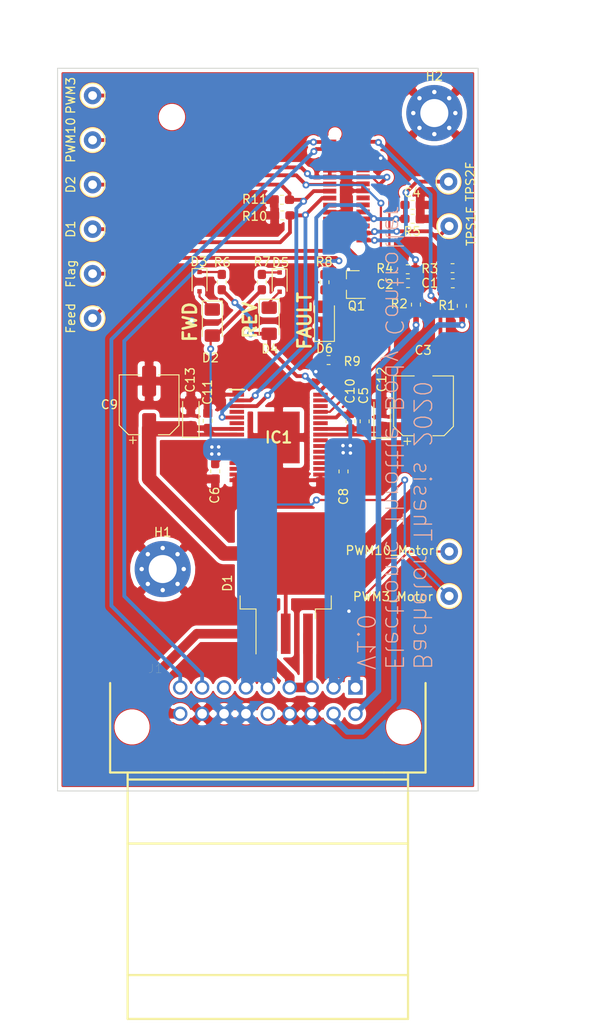
<source format=kicad_pcb>
(kicad_pcb (version 20171130) (host pcbnew "(5.1.5)-3")
  (layers (0 F.Cu signal) (31 B.Cu signal) (34 B.Paste user) (35 F.Paste user) (36 B.SilkS user) (37 F.SilkS user) (38 B.Mask user) (39 F.Mask user) (44 Edge.Cuts user))
  (net 0 "")
  (net 1 GND)
  (net 2 TPS1_Filtered)
  (net 3 TPS2_Filtered)
  (net 4 PWR)
  (net 5 Feedback)
  (net 6 OUT1)
  (net 7 OUT2)
  (net 8 "Net-(C10-Pad2)")
  (net 9 "Net-(J1-Pad7)")
  (net 10 "Net-(J1-Pad14)")
  (net 11 TPS1)
  (net 12 TPS2)
  (net 13 "Net-(D3-Pad1)")
  (net 14 "Net-(D5-Pad1)")
  (net 15 +5V)
  (net 16 SFlag)
  (net 17 CANL)
  (net 18 CANH)
  (net 19 "Net-(U1-Pad25)")
  (net 20 "Net-(U1-Pad23)")
  (net 21 "Net-(U1-Pad22)")
  (net 22 EN_D2)
  (net 23 "Net-(U1-Pad14)")
  (net 24 D1)
  (net 25 "Net-(U1-Pad12)")
  (net 26 "Net-(U1-Pad11)")
  (net 27 "Net-(U1-Pad10)")
  (net 28 "Net-(U1-Pad7)")
  (net 29 "Net-(U1-Pad5)")
  (net 30 "Net-(U1-Pad3)")
  (net 31 "Net-(U1-Pad1)")
  (net 32 "Net-(IC1-Pad4)")
  (net 33 "Net-(IC1-Pad6)")
  (net 34 "Net-(IC1-Pad9)")
  (net 35 "Net-(IC1-Pad12)")
  (net 36 "Net-(IC1-Pad13)")
  (net 37 "Net-(IC1-Pad14)")
  (net 38 "Net-(IC1-Pad19)")
  (net 39 "Net-(IC1-Pad20)")
  (net 40 "Net-(IC1-Pad21)")
  (net 41 "Net-(IC1-Pad24)")
  (net 42 "Net-(IC1-Pad27)")
  (net 43 PWM_3)
  (net 44 "Net-(IC1-Pad30)")
  (net 45 PWM_10)
  (net 46 "Net-(D2-Pad1)")
  (net 47 "Net-(D4-Pad1)")
  (net 48 "Net-(D6-Pad2)")
  (net 49 12V)
  (net 50 "Net-(Q1-Pad3)")
  (module TestPoint:TestPoint_Keystone_5000-5004_Miniature (layer F.Cu) (at 120.7 80)
    (fp_text reference TP10)
    (fp_text value PWM10_Motor (at -6.781 -0.117) (layer F.SilkS))
    (pad 1 thru_hole circle (at 0 0) (size 2 2) (drill 1) (layers *.Cu *.Mask) (net 7 OUT2))
  )
  (module TestPoint:TestPoint_Keystone_5000-5004_Miniature (layer F.Cu) (at 120.7 85.08)
    (fp_text reference TP9)
    (fp_text value PWM3_Motor (at -6.4127 0.0608) (layer F.SilkS))
    (pad 1 thru_hole circle (at 0 0) (size 2 2) (drill 1) (layers *.Cu *.Mask) (net 6 OUT1))
  )
  (module TestPoint:TestPoint_Keystone_5000-5004_Miniature (layer F.Cu) (at 120.6246 37.82 90)
    (fp_text reference TP8)
    (fp_text value TPS2F (at 0 2.5 90) (layer F.SilkS))
    (pad 1 thru_hole circle (at 0 0 90) (size 2 2) (drill 1) (layers *.Cu *.Mask) (net 3 TPS2_Filtered))
  )
  (module TestPoint:TestPoint_Keystone_5000-5004_Miniature (layer F.Cu) (at 120.7 42.9 90)
    (fp_text reference TP7)
    (fp_text value TPS1F (at 0 2.5 90) (layer F.SilkS))
    (pad 1 thru_hole circle (at 0 0 90) (size 2 2) (drill 1) (layers *.Cu *.Mask) (net 2 TPS1_Filtered))
  )
  (module TestPoint:TestPoint_Keystone_5000-5004_Miniature (layer F.Cu) (at 80 48.32 270)
    (fp_text reference TP6)
    (fp_text value Flag (at 0 2.5 90) (layer F.SilkS))
    (pad 1 thru_hole circle (at 0 0 270) (size 2 2) (drill 1) (layers *.Cu *.Mask) (net 16 SFlag))
  )
  (module TestPoint:TestPoint_Keystone_5000-5004_Miniature (layer F.Cu) (at 80 53.4 270)
    (fp_text reference TP5)
    (fp_text value Feed (at 0 2.5 90) (layer F.SilkS))
    (pad 1 thru_hole circle (at 0 0 270) (size 2 2) (drill 1) (layers *.Cu *.Mask) (net 5 Feedback))
  )
  (module TestPoint:TestPoint_Keystone_5000-5004_Miniature (layer F.Cu) (at 80 43.24 270)
    (fp_text reference TP4)
    (fp_text value D1 (at 0 2.5 90) (layer F.SilkS))
    (pad 1 thru_hole circle (at 0 0 270) (size 2 2) (drill 1) (layers *.Cu *.Mask) (net 24 D1))
  )
  (module TestPoint:TestPoint_Keystone_5000-5004_Miniature (layer F.Cu) (at 80 38.16 270)
    (fp_text reference TP3)
    (fp_text value D2 (at 0 2.5 90) (layer F.SilkS))
    (pad 1 thru_hole circle (at 0 0 270) (size 2 2) (drill 1) (layers *.Cu *.Mask) (net 22 EN_D2))
  )
  (module TestPoint:TestPoint_Keystone_5000-5004_Miniature (layer F.Cu) (at 80 33.08 270)
    (fp_text reference TP2)
    (fp_text value PWM10 (at 0 2.5 90) (layer F.SilkS))
    (pad 1 thru_hole circle (at 0 0 270) (size 2 2) (drill 1) (layers *.Cu *.Mask) (net 45 PWM_10))
  )
  (module TestPoint:TestPoint_Keystone_5000-5004_Miniature (layer F.Cu) (at 80 28 270)
    (fp_text reference TP1)
    (fp_text value PWM3 (at 0 2.5 90) (layer F.SilkS))
    (pad 1 thru_hole circle (at 0 0 270) (size 2 2) (drill 1) (layers *.Cu *.Mask) (net 43 PWM_3))
  )
  (module MountingHole:MountingHole_3.2mm_M3_Pad_Via (layer F.Cu) (at 119 30)
    (fp_text reference H2 (at 0 -4.2) (layer F.SilkS))
    (fp_text value MountingHole_Pad)
    (pad 1 thru_hole circle (at 1.697056 -1.697056) (size 0.8 0.8) (drill 0.5) (layers *.Cu *.Mask) (net 1 GND))
    (pad 1 thru_hole circle (at 0 -2.4) (size 0.8 0.8) (drill 0.5) (layers *.Cu *.Mask) (net 1 GND))
    (pad 1 thru_hole circle (at -1.697056 -1.697056) (size 0.8 0.8) (drill 0.5) (layers *.Cu *.Mask) (net 1 GND))
    (pad 1 thru_hole circle (at -2.4 0) (size 0.8 0.8) (drill 0.5) (layers *.Cu *.Mask) (net 1 GND))
    (pad 1 thru_hole circle (at -1.697056 1.697056) (size 0.8 0.8) (drill 0.5) (layers *.Cu *.Mask) (net 1 GND))
    (pad 1 thru_hole circle (at 0 2.4) (size 0.8 0.8) (drill 0.5) (layers *.Cu *.Mask) (net 1 GND))
    (pad 1 thru_hole circle (at 1.697056 1.697056) (size 0.8 0.8) (drill 0.5) (layers *.Cu *.Mask) (net 1 GND))
    (pad 1 thru_hole circle (at 2.4 0) (size 0.8 0.8) (drill 0.5) (layers *.Cu *.Mask) (net 1 GND))
    (pad 1 thru_hole circle (at 0 0) (size 6.4 6.4) (drill 3.2) (layers *.Cu *.Mask) (net 1 GND))
  )
  (module MountingHole:MountingHole_3.2mm_M3_Pad_Via (layer F.Cu) (at 88 82)
    (fp_text reference H1 (at 0 -4.2) (layer F.SilkS))
    (fp_text value MountingHole_Pad)
    (pad 1 thru_hole circle (at 1.697056 -1.697056) (size 0.8 0.8) (drill 0.5) (layers *.Cu *.Mask) (net 1 GND))
    (pad 1 thru_hole circle (at 0 -2.4) (size 0.8 0.8) (drill 0.5) (layers *.Cu *.Mask) (net 1 GND))
    (pad 1 thru_hole circle (at -1.697056 -1.697056) (size 0.8 0.8) (drill 0.5) (layers *.Cu *.Mask) (net 1 GND))
    (pad 1 thru_hole circle (at -2.4 0) (size 0.8 0.8) (drill 0.5) (layers *.Cu *.Mask) (net 1 GND))
    (pad 1 thru_hole circle (at -1.697056 1.697056) (size 0.8 0.8) (drill 0.5) (layers *.Cu *.Mask) (net 1 GND))
    (pad 1 thru_hole circle (at 0 2.4) (size 0.8 0.8) (drill 0.5) (layers *.Cu *.Mask) (net 1 GND))
    (pad 1 thru_hole circle (at 1.697056 1.697056) (size 0.8 0.8) (drill 0.5) (layers *.Cu *.Mask) (net 1 GND))
    (pad 1 thru_hole circle (at 2.4 0) (size 0.8 0.8) (drill 0.5) (layers *.Cu *.Mask) (net 1 GND))
    (pad 1 thru_hole circle (at 0 0) (size 6.4 6.4) (drill 3.2) (layers *.Cu *.Mask) (net 1 GND))
  )
  (module Resistor_SMD:R_0603_1608Metric_Pad1.05x0.95mm_HandSolder (layer F.Cu) (at 101.6 39.8907 180)
    (fp_text reference R11 (at 3.0988 0.0635) (layer F.SilkS))
    (fp_text value 4.7K)
    (pad 2 smd roundrect (at 0.875 0 180) (size 1.05 0.95) (layers F.Cu F.Paste F.Mask) (net 1 GND))
    (pad 1 smd roundrect (at -0.875 0 180) (size 1.05 0.95) (layers F.Cu F.Paste F.Mask) (net 22 EN_D2))
  )
  (module Resistor_SMD:R_0603_1608Metric_Pad1.05x0.95mm_HandSolder (layer F.Cu) (at 101.6508 41.6687 180)
    (fp_text reference R10 (at 3.1623 -0.1016) (layer F.SilkS))
    (fp_text value 4.7K)
    (pad 2 smd roundrect (at 0.875 0 180) (size 1.05 0.95) (layers F.Cu F.Paste F.Mask) (net 1 GND))
    (pad 1 smd roundrect (at -0.875 0 180) (size 1.05 0.95) (layers F.Cu F.Paste F.Mask) (net 24 D1))
  )
  (module Package_TO_SOT_SMD:TO-263-3_TabPin2 (layer F.Cu) (at 102.0381 83.6016 90)
    (fp_text reference D1 (at 0 -6.65 90) (layer F.SilkS))
    (fp_text value WNS20S100CB)
    (pad 2 smd rect (at 3.375 0 90) (size 9.4 10.8) (layers F.Cu F.Mask) (net 4 PWR))
    (pad 3 smd rect (at -5.775 2.54 90) (size 4.6 1.1) (layers F.Cu F.Paste F.Mask) (net 49 12V))
    (pad 2 smd rect (at -5.775 0 90) (size 4.6 1.1) (layers F.Cu F.Paste F.Mask) (net 4 PWR))
    (pad 1 smd rect (at -5.775 -2.54 90) (size 4.6 1.1) (layers F.Cu F.Paste F.Mask) (net 49 12V))
  )
  (module Capacitor_Tantalum_SMD:CP_EIA-3216-10_Kemet-I_Pad1.58x1.35mm_HandSolder (layer F.Cu) (at 91.2114 64.4882 90)
    (fp_text reference C13 (at 4.0616 -0.0762 270) (layer F.SilkS))
    (fp_text value 10uF)
    (pad 2 smd roundrect (at 1.4375 0 90) (size 1.575 1.35) (layers F.Cu F.Paste F.Mask) (roundrect_rratio 0.185185) (net 1 GND))
    (pad 1 smd roundrect (at -1.4375 0 90) (size 1.575 1.35) (layers F.Cu F.Paste F.Mask) (roundrect_rratio 0.185185) (net 4 PWR))
  )
  (module Capacitor_Tantalum_SMD:CP_EIA-3216-10_Kemet-I_Pad1.58x1.35mm_HandSolder (layer F.Cu) (at 113.0427 64.5644 90)
    (fp_text reference C12 (at 4.1886 -0.0381 270) (layer F.SilkS))
    (fp_text value 10uF)
    (pad 2 smd roundrect (at 1.4375 0 90) (size 1.575 1.35) (layers F.Cu F.Paste F.Mask) (roundrect_rratio 0.185185) (net 1 GND))
    (pad 1 smd roundrect (at -1.4375 0 90) (size 1.575 1.35) (layers F.Cu F.Paste F.Mask) (roundrect_rratio 0.185185) (net 4 PWR))
  )
  (module Capacitor_SMD:CP_Elec_6.3x7.7 (layer F.Cu) (at 86.4489 63.2638 90)
    (fp_text reference C9 (at 0.0178 -4.5339 180) (layer F.SilkS))
    (fp_text value 220uF)
    (pad 2 smd roundrect (at 2.7 0 90) (size 3.5 1.6) (layers F.Cu F.Paste F.Mask) (roundrect_rratio 0.15625) (net 1 GND))
    (pad 1 smd roundrect (at -2.7 0 90) (size 3.5 1.6) (layers F.Cu F.Paste F.Mask) (roundrect_rratio 0.15625) (net 4 PWR))
  )
  (module Capacitor_SMD:CP_Elec_6.3x7.7 (layer F.Cu) (at 117.7671 63.3857 90)
    (fp_text reference C3 (at 6.3373 -0.0381 180) (layer F.SilkS))
    (fp_text value 220uF)
    (pad 2 smd roundrect (at 2.7 0 90) (size 3.5 1.6) (layers F.Cu F.Paste F.Mask) (roundrect_rratio 0.15625) (net 1 GND))
    (pad 1 smd roundrect (at -2.7 0 90) (size 3.5 1.6) (layers F.Cu F.Paste F.Mask) (roundrect_rratio 0.15625) (net 4 PWR))
  )
  (module Diode_SMD:D_1206_3216Metric_Pad1.42x1.75mm_HandSolder (layer F.Cu) (at 106.4641 53.5797 90)
    (fp_text reference D6 (at -3.2655 0.0127 180) (layer F.SilkS))
    (fp_text value Red)
    (pad 2 smd roundrect (at 1.4875 0 90) (size 1.425 1.75) (layers F.Cu F.Paste F.Mask) (roundrect_rratio 0.175439) (net 48 "Net-(D6-Pad2)"))
    (pad 1 smd roundrect (at -1.4875 0 90) (size 1.425 1.75) (layers F.Cu F.Paste F.Mask) (roundrect_rratio 0.175439) (net 1 GND))
  )
  (module Diode_SMD:D_1206_3216Metric_Pad1.42x1.75mm_HandSolder (layer F.Cu) (at 100.1522 53.6845 270)
    (fp_text reference D4 (at 3.2115 -0.0762 180) (layer F.SilkS))
    (fp_text value Yellow)
    (pad 2 smd roundrect (at 1.4875 0 270) (size 1.425 1.75) (layers F.Cu F.Paste F.Mask) (roundrect_rratio 0.175439) (net 7 OUT2))
    (pad 1 smd roundrect (at -1.4875 0 270) (size 1.425 1.75) (layers F.Cu F.Paste F.Mask) (roundrect_rratio 0.175439) (net 47 "Net-(D4-Pad1)"))
  )
  (module Diode_SMD:D_1206_3216Metric_Pad1.42x1.75mm_HandSolder (layer F.Cu) (at 93.6625 53.8877 270)
    (fp_text reference D2 (at 4.0243 0.2159 180) (layer F.SilkS))
    (fp_text value Green)
    (pad 2 smd roundrect (at 1.4875 0 270) (size 1.425 1.75) (layers F.Cu F.Paste F.Mask) (roundrect_rratio 0.175439) (net 6 OUT1))
    (pad 1 smd roundrect (at -1.4875 0 270) (size 1.425 1.75) (layers F.Cu F.Paste F.Mask) (roundrect_rratio 0.175439) (net 46 "Net-(D2-Pad1)"))
  )
  (module Resistor_SMD:R_0603_1608Metric_Pad1.05x0.95mm_HandSolder (layer F.Cu) (at 106.4641 49.29 270)
    (fp_text reference R8 (at -2.3254 0.0381 180) (layer F.SilkS))
    (fp_text value 1K)
    (pad 2 smd roundrect (at 0.875 0 270) (size 1.05 0.95) (layers F.Cu F.Paste F.Mask) (net 48 "Net-(D6-Pad2)"))
    (pad 1 smd roundrect (at -0.875 0 270) (size 1.05 0.95) (layers F.Cu F.Paste F.Mask) (net 50 "Net-(Q1-Pad3)"))
  )
  (module Package_TO_SOT_SMD:SOT-23 (layer F.Cu) (at 109.728 49.5554 180)
    (fp_text reference Q1 (at -0.381 -2.4384) (layer F.SilkS))
    (fp_text value NDS356AP)
    (pad 3 smd rect (at 1 0 180) (size 0.9 0.8) (layers F.Cu F.Paste F.Mask) (net 50 "Net-(Q1-Pad3)"))
    (pad 2 smd rect (at -1 0.95 180) (size 0.9 0.8) (layers F.Cu F.Paste F.Mask) (net 15 +5V))
    (pad 1 smd rect (at -1 -0.95 180) (size 0.9 0.8) (layers F.Cu F.Paste F.Mask) (net 16 SFlag))
  )
  (module Diode_SMD:D_SOD-323F (layer F.Cu) (at 101.346 49.276 270)
    (fp_text reference D5 (at -2.2352 -0.1016 180) (layer F.SilkS))
    (fp_text value "RB521VM-40TE-17 ")
    (pad 2 smd rect (at 1.1 0 270) (size 0.5 0.5) (layers F.Cu F.Paste F.Mask) (net 47 "Net-(D4-Pad1)"))
    (pad 1 smd rect (at -1.1 0 270) (size 0.5 0.5) (layers F.Cu F.Paste F.Mask) (net 14 "Net-(D5-Pad1)"))
  )
  (module Diode_SMD:D_SOD-323F (layer F.Cu) (at 92.202 49.2252 270)
    (fp_text reference D3 (at -2.286 0.0762 180) (layer F.SilkS))
    (fp_text value "RB521VM-40TE-17 ")
    (pad 2 smd rect (at 1.1 0 270) (size 0.5 0.5) (layers F.Cu F.Paste F.Mask) (net 46 "Net-(D2-Pad1)"))
    (pad 1 smd rect (at -1.1 0 270) (size 0.5 0.5) (layers F.Cu F.Paste F.Mask) (net 13 "Net-(D3-Pad1)"))
  )
  (module ETBC_2020:SOP65P1030X245-33N (layer F.Cu) (at 101.2317 66.9925)
    (fp_text reference IC1 (at 0 0) (layer F.SilkS) (effects (font (size 1.27 1.27) (thickness 0.254))))
    (fp_text value MC33931EK hide)
    (pad 1 smd rect (at -4.775 -4.875 90) (size 0.45 1.65) (layers F.Cu F.Paste F.Mask) (net 1 GND))
    (pad 2 smd rect (at -4.775 -4.225 90) (size 0.45 1.65) (layers F.Cu F.Paste F.Mask) (net 24 D1))
    (pad 3 smd rect (at -4.775 -3.575 90) (size 0.45 1.65) (layers F.Cu F.Paste F.Mask) (net 5 Feedback))
    (pad 4 smd rect (at -4.775 -2.925 90) (size 0.45 1.65) (layers F.Cu F.Paste F.Mask) (net 32 "Net-(IC1-Pad4)"))
    (pad 5 smd rect (at -4.775 -2.275 90) (size 0.45 1.65) (layers F.Cu F.Paste F.Mask) (net 22 EN_D2))
    (pad 6 smd rect (at -4.775 -1.625 90) (size 0.45 1.65) (layers F.Cu F.Paste F.Mask) (net 33 "Net-(IC1-Pad6)"))
    (pad 7 smd rect (at -4.775 -0.975 90) (size 0.45 1.65) (layers F.Cu F.Paste F.Mask) (net 4 PWR))
    (pad 8 smd rect (at -4.775 -0.325 90) (size 0.45 1.65) (layers F.Cu F.Paste F.Mask) (net 4 PWR))
    (pad 9 smd rect (at -4.775 0.325 90) (size 0.45 1.65) (layers F.Cu F.Paste F.Mask) (net 34 "Net-(IC1-Pad9)"))
    (pad 10 smd rect (at -4.775 0.975 90) (size 0.45 1.65) (layers F.Cu F.Paste F.Mask) (net 6 OUT1))
    (pad 11 smd rect (at -4.775 1.625 90) (size 0.45 1.65) (layers F.Cu F.Paste F.Mask) (net 6 OUT1))
    (pad 12 smd rect (at -4.775 2.275 90) (size 0.45 1.65) (layers F.Cu F.Paste F.Mask) (net 35 "Net-(IC1-Pad12)"))
    (pad 13 smd rect (at -4.775 2.925 90) (size 0.45 1.65) (layers F.Cu F.Paste F.Mask) (net 36 "Net-(IC1-Pad13)"))
    (pad 14 smd rect (at -4.775 3.575 90) (size 0.45 1.65) (layers F.Cu F.Paste F.Mask) (net 37 "Net-(IC1-Pad14)"))
    (pad 15 smd rect (at -4.775 4.225 90) (size 0.45 1.65) (layers F.Cu F.Paste F.Mask) (net 1 GND))
    (pad 16 smd rect (at -4.775 4.875 90) (size 0.45 1.65) (layers F.Cu F.Paste F.Mask) (net 1 GND))
    (pad 17 smd rect (at 4.775 4.875 90) (size 0.45 1.65) (layers F.Cu F.Paste F.Mask) (net 1 GND))
    (pad 18 smd rect (at 4.775 4.225 90) (size 0.45 1.65) (layers F.Cu F.Paste F.Mask) (net 1 GND))
    (pad 19 smd rect (at 4.775 3.575 90) (size 0.45 1.65) (layers F.Cu F.Paste F.Mask) (net 38 "Net-(IC1-Pad19)"))
    (pad 20 smd rect (at 4.775 2.925 90) (size 0.45 1.65) (layers F.Cu F.Paste F.Mask) (net 39 "Net-(IC1-Pad20)"))
    (pad 21 smd rect (at 4.775 2.275 90) (size 0.45 1.65) (layers F.Cu F.Paste F.Mask) (net 40 "Net-(IC1-Pad21)"))
    (pad 22 smd rect (at 4.775 1.625 90) (size 0.45 1.65) (layers F.Cu F.Paste F.Mask) (net 7 OUT2))
    (pad 23 smd rect (at 4.775 0.975 90) (size 0.45 1.65) (layers F.Cu F.Paste F.Mask) (net 7 OUT2))
    (pad 24 smd rect (at 4.775 0.325 90) (size 0.45 1.65) (layers F.Cu F.Paste F.Mask) (net 41 "Net-(IC1-Pad24)"))
    (pad 25 smd rect (at 4.775 -0.325 90) (size 0.45 1.65) (layers F.Cu F.Paste F.Mask) (net 4 PWR))
    (pad 26 smd rect (at 4.775 -0.975 90) (size 0.45 1.65) (layers F.Cu F.Paste F.Mask) (net 4 PWR))
    (pad 27 smd rect (at 4.775 -1.625 90) (size 0.45 1.65) (layers F.Cu F.Paste F.Mask) (net 42 "Net-(IC1-Pad27)"))
    (pad 28 smd rect (at 4.775 -2.275 90) (size 0.45 1.65) (layers F.Cu F.Paste F.Mask) (net 8 "Net-(C10-Pad2)"))
    (pad 29 smd rect (at 4.775 -2.925 90) (size 0.45 1.65) (layers F.Cu F.Paste F.Mask) (net 43 PWM_3))
    (pad 30 smd rect (at 4.775 -3.575 90) (size 0.45 1.65) (layers F.Cu F.Paste F.Mask) (net 44 "Net-(IC1-Pad30)"))
    (pad 31 smd rect (at 4.775 -4.225 90) (size 0.45 1.65) (layers F.Cu F.Paste F.Mask) (net 45 PWM_10))
    (pad 32 smd rect (at 4.775 -4.875 90) (size 0.45 1.65) (layers F.Cu F.Paste F.Mask) (net 16 SFlag))
    (pad 33 smd rect (at 0 0) (size 4.8 5.9) (layers F.Cu F.Paste F.Mask) (net 1 GND))
  )
  (module ETBC_2020:ACM_2020_Footprint_wo_silk (layer F.Cu) (at 108.966 38.8747 270)
    (fp_text reference U1)
    (fp_text value ACM_2020 hide)
    (pad 30 smd rect (at -5.6 -1.9 270) (size 0.55 1.5) (layers F.Cu F.Paste F.Mask) (net 4 PWR))
    (pad 29 smd rect (at -5.5746 1.9 270) (size 0.55 1.5) (layers F.Cu F.Paste F.Mask) (net 17 CANL))
    (pad 28 smd rect (at -4.8 -1.9 270) (size 0.55 1.5) (layers F.Cu F.Paste F.Mask) (net 15 +5V))
    (pad 27 smd rect (at -4.7746 1.9 270) (size 0.55 1.5) (layers F.Cu F.Paste F.Mask) (net 18 CANH))
    (pad 26 smd rect (at -4 -1.9 270) (size 0.55 1.5) (layers F.Cu F.Paste F.Mask) (net 15 +5V))
    (pad 25 smd rect (at -3.9746 1.9 270) (size 0.55 1.5) (layers F.Cu F.Paste F.Mask) (net 19 "Net-(U1-Pad25)"))
    (pad 24 smd rect (at -3.2 -1.9 270) (size 0.55 1.5) (layers F.Cu F.Paste F.Mask) (net 15 +5V))
    (pad 23 smd rect (at -3.1746 1.9 270) (size 0.55 1.5) (layers F.Cu F.Paste F.Mask) (net 20 "Net-(U1-Pad23)"))
    (pad 22 smd rect (at -2.4 -1.9 270) (size 0.55 1.5) (layers F.Cu F.Paste F.Mask) (net 21 "Net-(U1-Pad22)"))
    (pad 21 smd rect (at -2.3746 1.9 270) (size 0.55 1.5) (layers F.Cu F.Paste F.Mask) (net 1 GND))
    (pad 20 smd rect (at -1.6 -1.9 270) (size 0.55 1.5) (layers F.Cu F.Paste F.Mask) (net 43 PWM_3))
    (pad 19 smd rect (at -1.5746 1.9 270) (size 0.55 1.5) (layers F.Cu F.Paste F.Mask) (net 1 GND))
    (pad 18 smd rect (at -0.8 -1.9 270) (size 0.55 1.5) (layers F.Cu F.Paste F.Mask) (net 1 GND))
    (pad 17 smd rect (at -0.7746 1.9 270) (size 0.55 1.5) (layers F.Cu F.Paste F.Mask) (net 45 PWM_10))
    (pad 16 smd rect (at 0 -1.9 270) (size 0.55 1.5) (layers F.Cu F.Paste F.Mask) (net 1 GND))
    (pad 15 smd rect (at 0.0254 1.9 270) (size 0.55 1.5) (layers F.Cu F.Paste F.Mask) (net 22 EN_D2))
    (pad 14 smd rect (at 0.8 -1.9 270) (size 0.55 1.5) (layers F.Cu F.Paste F.Mask) (net 23 "Net-(U1-Pad14)"))
    (pad 13 smd rect (at 0.8254 1.9 270) (size 0.55 1.5) (layers F.Cu F.Paste F.Mask) (net 24 D1))
    (pad 12 smd rect (at 1.6 -1.9 270) (size 0.55 1.5) (layers F.Cu F.Paste F.Mask) (net 25 "Net-(U1-Pad12)"))
    (pad 11 smd rect (at 1.6254 1.9 270) (size 0.55 1.5) (layers F.Cu F.Paste F.Mask) (net 26 "Net-(U1-Pad11)"))
    (pad 10 smd rect (at 2.4 -1.9 270) (size 0.55 1.5) (layers F.Cu F.Paste F.Mask) (net 27 "Net-(U1-Pad10)"))
    (pad 9 smd rect (at 2.4254 1.9 270) (size 0.55 1.5) (layers F.Cu F.Paste F.Mask) (net 1 GND))
    (pad 8 smd rect (at 3.2 -1.9 270) (size 0.55 1.5) (layers F.Cu F.Paste F.Mask) (net 5 Feedback))
    (pad 7 smd rect (at 3.2254 1.9 270) (size 0.55 1.5) (layers F.Cu F.Paste F.Mask) (net 28 "Net-(U1-Pad7)"))
    (pad 6 smd rect (at 4 -1.9 270) (size 0.55 1.5) (layers F.Cu F.Paste F.Mask) (net 16 SFlag))
    (pad 5 smd rect (at 4.0254 1.9 270) (size 0.55 1.5) (layers F.Cu F.Paste F.Mask) (net 29 "Net-(U1-Pad5)"))
    (pad 4 smd rect (at 4.8 -1.9 270) (size 0.55 1.5) (layers F.Cu F.Paste F.Mask) (net 2 TPS1_Filtered))
    (pad 3 smd rect (at 4.8254 1.9 270) (size 0.55 1.5) (layers F.Cu F.Paste F.Mask) (net 30 "Net-(U1-Pad3)"))
    (pad 2 smd rect (at 5.6 -1.9 270) (size 0.55 1.5) (layers F.Cu F.Paste F.Mask) (net 3 TPS2_Filtered))
    (pad 1 smd rect (at 5.6254 1.9 270) (size 0.55 1.5) (layers F.Cu F.Paste F.Mask) (net 31 "Net-(U1-Pad1)"))
    (pad "" np_thru_hole circle (at -6.5 1.3 270) (size 0.7 0.7) (drill 0.7) (layers *.Cu *.Mask))
    (pad "" np_thru_hole circle (at 6.5 -1.3 270) (size 0.7 0.7) (drill 0.7) (layers *.Cu *.Mask))
    (pad "" np_thru_hole circle (at -8.422 19.912 270) (size 2.2 2.2) (drill 2.2) (layers *.Cu *.Mask))
  )
  (module Resistor_SMD:R_0603_1608Metric_Pad1.05x0.95mm_HandSolder (layer F.Cu) (at 106.934 58.166 180)
    (fp_text reference R9 (at -2.6924 -0.1524) (layer F.SilkS))
    (fp_text value 4.7K)
    (pad 2 smd roundrect (at 0.875 0 180) (size 1.05 0.95) (layers F.Cu F.Paste F.Mask) (net 15 +5V))
    (pad 1 smd roundrect (at -0.875 0 180) (size 1.05 0.95) (layers F.Cu F.Paste F.Mask) (net 16 SFlag))
  )
  (module Resistor_SMD:R_0603_1608Metric_Pad1.05x0.95mm_HandSolder (layer F.Cu) (at 99.314 49.276 270)
    (fp_text reference R7 (at -2.3368 -0.0254 180) (layer F.SilkS))
    (fp_text value 1K)
    (pad 2 smd roundrect (at 0.875 0 270) (size 1.05 0.95) (layers F.Cu F.Paste F.Mask) (net 6 OUT1))
    (pad 1 smd roundrect (at -0.875 0 270) (size 1.05 0.95) (layers F.Cu F.Paste F.Mask) (net 14 "Net-(D5-Pad1)"))
  )
  (module Resistor_SMD:R_0603_1608Metric_Pad1.05x0.95mm_HandSolder (layer F.Cu) (at 94.742 49.276 270)
    (fp_text reference R6 (at -2.2606 -0.0508 180) (layer F.SilkS))
    (fp_text value 1K)
    (pad 2 smd roundrect (at 0.875 0 270) (size 1.05 0.95) (layers F.Cu F.Paste F.Mask) (net 7 OUT2))
    (pad 1 smd roundrect (at -0.875 0 270) (size 1.05 0.95) (layers F.Cu F.Paste F.Mask) (net 13 "Net-(D3-Pad1)"))
  )
  (module Resistor_SMD:R_0603_1608Metric_Pad1.05x0.95mm_HandSolder (layer F.Cu) (at 116.5225 42.0624)
    (fp_text reference R5 (at -0.0508 1.4351) (layer F.SilkS))
    (fp_text value 255)
    (pad 2 smd roundrect (at 0.875 0) (size 1.05 0.95) (layers F.Cu F.Paste F.Mask) (net 1 GND))
    (pad 1 smd roundrect (at -0.875 0) (size 1.05 0.95) (layers F.Cu F.Paste F.Mask) (net 5 Feedback))
  )
  (module Resistor_SMD:R_0603_1608Metric_Pad1.05x0.95mm_HandSolder (layer F.Cu) (at 115.9624 47.8155 180)
    (fp_text reference R4 (at 2.6149 0.0889) (layer F.SilkS))
    (fp_text value 4.7K)
    (pad 2 smd roundrect (at 0.875 0 180) (size 1.05 0.95) (layers F.Cu F.Paste F.Mask) (net 1 GND))
    (pad 1 smd roundrect (at -0.875 0 180) (size 1.05 0.95) (layers F.Cu F.Paste F.Mask) (net 3 TPS2_Filtered))
  )
  (module Resistor_SMD:R_0603_1608Metric_Pad1.05x0.95mm_HandSolder (layer F.Cu) (at 121.0805 47.6885 180)
    (fp_text reference R3 (at 2.6022 -0.0508) (layer F.SilkS))
    (fp_text value 4.7K)
    (pad 2 smd roundrect (at 0.875 0 180) (size 1.05 0.95) (layers F.Cu F.Paste F.Mask) (net 1 GND))
    (pad 1 smd roundrect (at -0.875 0 180) (size 1.05 0.95) (layers F.Cu F.Paste F.Mask) (net 2 TPS1_Filtered))
  )
  (module Resistor_SMD:R_0603_1608Metric_Pad1.05x0.95mm_HandSolder (layer F.Cu) (at 116.9035 51.8414 270)
    (fp_text reference R2 (at -0.0902 1.9177 180) (layer F.SilkS))
    (fp_text value 8K2)
    (pad 2 smd roundrect (at 0.875 0 270) (size 1.05 0.95) (layers F.Cu F.Paste F.Mask) (net 12 TPS2))
    (pad 1 smd roundrect (at -0.875 0 270) (size 1.05 0.95) (layers F.Cu F.Paste F.Mask) (net 3 TPS2_Filtered))
  )
  (module Resistor_SMD:R_0603_1608Metric_Pad1.05x0.95mm_HandSolder (layer F.Cu) (at 122.1359 51.9824 270)
    (fp_text reference R1 (at -0.0521 1.7145 180) (layer F.SilkS))
    (fp_text value 8K2)
    (pad 2 smd roundrect (at 0.875 0 270) (size 1.05 0.95) (layers F.Cu F.Paste F.Mask) (net 11 TPS1))
    (pad 1 smd roundrect (at -0.875 0 270) (size 1.05 0.95) (layers F.Cu F.Paste F.Mask) (net 2 TPS1_Filtered))
  )
  (module ETBC_2020:JAE_MX23A18NF1 (layer F.Cu) (at 100 100)
    (fp_text reference J1 (at -12.839525 -6.642495) (layer F.SilkS) (effects (font (size 1.001126 1.001126) (thickness 0.015))))
    (fp_text value Conn_02x09_Top_Bottom)
    (pad 1 thru_hole rect (at 10 -4.5) (size 1.65 1.65) (drill 1.1) (layers *.Cu *.Mask) (net 7 OUT2))
    (pad 2 thru_hole circle (at 7.5 -4.5) (size 1.65 1.65) (drill 1.1) (layers *.Cu *.Mask) (net 7 OUT2))
    (pad 3 thru_hole circle (at 5 -4.5) (size 1.65 1.65) (drill 1.1) (layers *.Cu *.Mask) (net 49 12V))
    (pad 4 thru_hole circle (at 2.5 -4.5) (size 1.65 1.65) (drill 1.1) (layers *.Cu *.Mask) (net 49 12V))
    (pad 5 thru_hole circle (at 0 -4.5) (size 1.65 1.65) (drill 1.1) (layers *.Cu *.Mask) (net 6 OUT1))
    (pad 6 thru_hole circle (at -2.5 -4.5) (size 1.65 1.65) (drill 1.1) (layers *.Cu *.Mask) (net 6 OUT1))
    (pad 7 thru_hole circle (at -5 -4.5 90) (size 1.65 1.65) (drill 1.1) (layers *.Cu *.Mask) (net 9 "Net-(J1-Pad7)"))
    (pad 8 thru_hole circle (at -7.5 -4.5) (size 1.65 1.65) (drill 1.1) (layers *.Cu *.Mask) (net 18 CANH))
    (pad 9 thru_hole circle (at -10 -4.5) (size 1.65 1.65) (drill 1.1) (layers *.Cu *.Mask) (net 17 CANL))
    (pad 10 thru_hole circle (at 10 -1.5) (size 1.65 1.65) (drill 1.1) (layers *.Cu *.Mask) (net 12 TPS2))
    (pad 11 thru_hole circle (at 7.5 -1.5) (size 1.65 1.65) (drill 1.1) (layers *.Cu *.Mask) (net 11 TPS1))
    (pad 12 thru_hole circle (at 5 -1.5) (size 1.65 1.65) (drill 1.1) (layers *.Cu *.Mask) (net 1 GND))
    (pad "" np_thru_hole circle (at -15.5 0) (size 3.2 3.2) (drill 3.2) (layers *.Cu *.Mask))
    (pad "" np_thru_hole circle (at 15.5 0) (size 3.2 3.2) (drill 3.2) (layers *.Cu *.Mask))
    (pad 13 thru_hole circle (at 2.5 -1.5) (size 1.65 1.65) (drill 1.1) (layers *.Cu *.Mask) (net 1 GND))
    (pad 14 thru_hole circle (at 0 -1.5) (size 1.65 1.65) (drill 1.1) (layers *.Cu *.Mask) (net 10 "Net-(J1-Pad14)"))
    (pad 15 thru_hole circle (at -2.5 -1.5) (size 1.65 1.65) (drill 1.1) (layers *.Cu *.Mask) (net 15 +5V))
    (pad 16 thru_hole circle (at -5 -1.5) (size 1.65 1.65) (drill 1.1) (layers *.Cu *.Mask) (net 15 +5V))
    (pad 17 thru_hole circle (at -7.5 -1.5) (size 1.65 1.65) (drill 1.1) (layers *.Cu *.Mask) (net 1 GND))
    (pad 18 thru_hole circle (at -10 -1.5) (size 1.65 1.65) (drill 1.1) (layers *.Cu *.Mask) (net 49 12V))
  )
  (module Capacitor_SMD:C_0603_1608Metric_Pad1.05x0.95mm_HandSolder (layer F.Cu) (at 93.1418 65.0888 90)
    (fp_text reference C11 (at 3.2626 -0.0381 90) (layer F.SilkS))
    (fp_text value 0.1uF)
    (pad 2 smd roundrect (at 0.875 0 90) (size 1.05 0.95) (layers F.Cu F.Paste F.Mask) (net 1 GND))
    (pad 1 smd roundrect (at -0.875 0 90) (size 1.05 0.95) (layers F.Cu F.Paste F.Mask) (net 4 PWR))
  )
  (module Capacitor_SMD:C_0603_1608Metric_Pad1.05x0.95mm_HandSolder (layer F.Cu) (at 109.4359 65.1383 90)
    (fp_text reference C10 (at 3.4404 -0.0508 270) (layer F.SilkS))
    (fp_text value 0.033uF)
    (pad 2 smd roundrect (at 0.875 0 90) (size 1.05 0.95) (layers F.Cu F.Paste F.Mask) (net 8 "Net-(C10-Pad2)"))
    (pad 1 smd roundrect (at -0.875 0 90) (size 1.05 0.95) (layers F.Cu F.Paste F.Mask) (net 4 PWR))
  )
  (module Capacitor_SMD:C_0603_1608Metric_Pad1.05x0.95mm_HandSolder (layer F.Cu) (at 108.6358 70.866 270)
    (fp_text reference C8 (at 2.8562 0 90) (layer F.SilkS))
    (fp_text value 0.01uF)
    (pad 2 smd roundrect (at 0.875 0 270) (size 1.05 0.95) (layers F.Cu F.Paste F.Mask) (net 1 GND))
    (pad 1 smd roundrect (at -0.875 0 270) (size 1.05 0.95) (layers F.Cu F.Paste F.Mask) (net 7 OUT2))
  )
  (module Capacitor_SMD:C_0603_1608Metric_Pad1.05x0.95mm_HandSolder (layer F.Cu) (at 93.9927 70.8546 270)
    (fp_text reference C6 (at 2.7292 0.0635 90) (layer F.SilkS))
    (fp_text value 0.01uF)
    (pad 2 smd roundrect (at 0.875 0 270) (size 1.05 0.95) (layers F.Cu F.Paste F.Mask) (net 1 GND))
    (pad 1 smd roundrect (at -0.875 0 270) (size 1.05 0.95) (layers F.Cu F.Paste F.Mask) (net 6 OUT1))
  )
  (module Capacitor_SMD:C_0603_1608Metric_Pad1.05x0.95mm_HandSolder (layer F.Cu) (at 111.0488 65.151 90)
    (fp_text reference C5 (at 2.9337 -0.127 270) (layer F.SilkS))
    (fp_text value 0.1uF)
    (pad 2 smd roundrect (at 0.875 0 90) (size 1.05 0.95) (layers F.Cu F.Paste F.Mask) (net 1 GND))
    (pad 1 smd roundrect (at -0.875 0 90) (size 1.05 0.95) (layers F.Cu F.Paste F.Mask) (net 4 PWR))
  )
  (module Capacitor_SMD:C_0603_1608Metric_Pad1.05x0.95mm_HandSolder (layer F.Cu) (at 116.5238 40.4749)
    (fp_text reference C4 (at -0.0521 -1.397) (layer F.SilkS))
    (fp_text value 1uF)
    (pad 2 smd roundrect (at 0.875 0) (size 1.05 0.95) (layers F.Cu F.Paste F.Mask) (net 1 GND))
    (pad 1 smd roundrect (at -0.875 0) (size 1.05 0.95) (layers F.Cu F.Paste F.Mask) (net 5 Feedback))
  )
  (module Capacitor_SMD:C_0603_1608Metric_Pad1.05x0.95mm_HandSolder (layer F.Cu) (at 116.0005 49.3903 180)
    (fp_text reference C2 (at 2.6149 -0.1397) (layer F.SilkS))
    (fp_text value 0.1uF)
    (pad 2 smd roundrect (at 0.875 0 180) (size 1.05 0.95) (layers F.Cu F.Paste F.Mask) (net 1 GND))
    (pad 1 smd roundrect (at -0.875 0 180) (size 1.05 0.95) (layers F.Cu F.Paste F.Mask) (net 3 TPS2_Filtered))
  )
  (module Capacitor_SMD:C_0603_1608Metric_Pad1.05x0.95mm_HandSolder (layer F.Cu) (at 121.1072 49.4157 180)
    (fp_text reference C1 (at 2.6289 0.0254) (layer F.SilkS))
    (fp_text value 0.1uF)
    (pad 2 smd roundrect (at 0.875 0 180) (size 1.05 0.95) (layers F.Cu F.Paste F.Mask) (net 1 GND))
    (pad 1 smd roundrect (at -0.875 0 180) (size 1.05 0.95) (layers F.Cu F.Paste F.Mask) (net 2 TPS1_Filtered))
  )
  (gr_text "Bachelor Thesis 2020\nElectronic Throttle Body Controller\nV1.0" (at 114.3889 93.6371 270) (layer B.SilkS) (effects (font (size 2 2)) (justify left mirror)))
  (gr_line (start 124 24.892) (end 124 107.304974) (layer Edge.Cuts) (width 0.1))
  (gr_line (start 76 107.304974) (end 76 24.892) (layer Edge.Cuts) (width 0.1))
  (gr_line (start 124 24.892) (end 76 24.892) (layer Edge.Cuts) (width 0.1))
  (gr_line (start 76 107.304974) (end 124 107.304974) (layer Edge.Cuts) (width 0.1))
  (gr_text FAULT (at 104.1908 53.6956 90) (layer F.SilkS) (effects (font (size 1.5 1.5) (thickness 0.3))))
  (gr_text REV (at 97.9678 53.6194 90) (layer F.SilkS) (effects (font (size 1.5 1.5) (thickness 0.3))))
  (gr_text FWD (at 91.1098 53.8226 90) (layer F.SilkS) (effects (font (size 1.5 1.5) (thickness 0.3))))
  (segment (start 96.4567 71.2175) (end 96.4567 71.8675) (width 0.4318) (layer F.Cu) (net 1))
  (segment (start 106.0067 71.2175) (end 106.0067 71.8675) (width 0.4318) (layer F.Cu) (net 1))
  (segment (start 97.7135 71.8675) (end 106.0067 71.8675) (width 0.4318) (layer F.Cu) (net 1))
  (segment (start 96.4567 71.8675) (end 97.7135 71.8675) (width 0.4318) (layer F.Cu) (net 1))
  (segment (start 107.066 36.5001) (end 107.066 37.3001) (width 0.4318) (layer F.Cu) (net 1))
  (segment (start 110.866 38.8747) (end 110.866 38.0747) (width 0.4318) (layer F.Cu) (net 1))
  (segment (start 93.1418 63.373) (end 93.1418 64.2138) (width 0.4318) (layer F.Cu) (net 1))
  (segment (start 96.4567 62.1175) (end 94.3973 62.1175) (width 0.4318) (layer F.Cu) (net 1))
  (segment (start 94.3973 62.1175) (end 93.1418 63.373) (width 0.4318) (layer F.Cu) (net 1))
  (segment (start 109.7407 38.8747) (end 110.866 38.8747) (width 0.4318) (layer F.Cu) (net 1))
  (segment (start 108.8898 38.0238) (end 109.7407 38.8747) (width 0.4318) (layer F.Cu) (net 1))
  (segment (start 108.8898 37.1421) (end 108.8898 38.0238) (width 0.4318) (layer F.Cu) (net 1))
  (segment (start 107.066 36.5001) (end 108.2478 36.5001) (width 0.4318) (layer F.Cu) (net 1))
  (segment (start 108.2478 36.5001) (end 108.8898 37.1421) (width 0.4318) (layer F.Cu) (net 1))
  (segment (start 109.7025 38.0747) (end 110.866 38.0747) (width 0.4318) (layer F.Cu) (net 1))
  (segment (start 109.0041 38.7731) (end 109.7025 38.0747) (width 0.4318) (layer F.Cu) (net 1))
  (segment (start 109.0041 40.6908) (end 109.0041 38.7731) (width 0.4318) (layer F.Cu) (net 1))
  (segment (start 107.066 41.3001) (end 108.3948 41.3001) (width 0.4318) (layer F.Cu) (net 1))
  (segment (start 108.3948 41.3001) (end 109.0041 40.6908) (width 0.4318) (layer F.Cu) (net 1))
  (segment (start 108.7318 37.3001) (end 108.8898 37.1421) (width 0.4318) (layer F.Cu) (net 1))
  (segment (start 107.066 37.3001) (end 108.7318 37.3001) (width 0.4318) (layer F.Cu) (net 1))
  (via (at 91.313 53.6702) (size 0.8) (drill 0.4) (layers F.Cu B.Cu) (net 1))
  (segment (start 108.5093 71.8675) (end 108.6358 71.741) (width 0.4318) (layer F.Cu) (net 1))
  (segment (start 106.0067 71.8675) (end 108.5093 71.8675) (width 0.4318) (layer F.Cu) (net 1))
  (via (at 112.178 43.513497) (size 0.8) (drill 0.4) (layers F.Cu B.Cu) (net 2))
  (segment (start 112.016797 43.6747) (end 110.866 43.6747) (width 0.4318) (layer F.Cu) (net 2))
  (segment (start 112.178 43.513497) (end 112.016797 43.6747) (width 0.4318) (layer F.Cu) (net 2))
  (segment (start 122.1359 49.5694) (end 121.9822 49.4157) (width 0.4318) (layer F.Cu) (net 2))
  (segment (start 122.1359 51.1074) (end 122.1359 49.5694) (width 0.4318) (layer F.Cu) (net 2))
  (segment (start 121.9822 47.7152) (end 121.9555 47.6885) (width 0.4318) (layer F.Cu) (net 2))
  (segment (start 121.9822 49.4157) (end 121.9822 47.7152) (width 0.4318) (layer F.Cu) (net 2))
  (via (at 114.6937 43.4848) (size 0.8) (drill 0.4) (layers F.Cu B.Cu) (net 2))
  (segment (start 112.178 43.513497) (end 114.665003 43.513497) (width 0.4318) (layer B.Cu) (net 2))
  (segment (start 114.665003 43.513497) (end 114.6937 43.4848) (width 0.4318) (layer B.Cu) (net 2))
  (segment (start 115.259385 43.4848) (end 114.6937 43.4848) (width 0.4318) (layer F.Cu) (net 2))
  (segment (start 118.4656 43.4848) (end 115.259385 43.4848) (width 0.4318) (layer F.Cu) (net 2))
  (segment (start 121.9555 47.6885) (end 121.9555 46.9747) (width 0.4318) (layer F.Cu) (net 2))
  (segment (start 121.9555 46.9747) (end 118.4656 43.4848) (width 0.4318) (layer F.Cu) (net 2))
  (segment (start 118.880799 43.899999) (end 118.4656 43.4848) (width 0.4318) (layer F.Cu) (net 2))
  (segment (start 119.700001 43.899999) (end 118.880799 43.899999) (width 0.4318) (layer F.Cu) (net 2))
  (segment (start 120.7 42.9) (end 119.700001 43.899999) (width 0.4318) (layer F.Cu) (net 2))
  (via (at 116.8527 46.7233) (size 0.8) (drill 0.4) (layers F.Cu B.Cu) (net 3))
  (segment (start 116.8374 47.8155) (end 116.8374 46.7386) (width 0.4318) (layer F.Cu) (net 3))
  (segment (start 116.8374 46.7386) (end 116.8527 46.7233) (width 0.4318) (layer F.Cu) (net 3))
  (via (at 112.178 44.5135) (size 0.8) (drill 0.4) (layers F.Cu B.Cu) (net 3))
  (segment (start 116.8527 46.7233) (end 114.6429 44.5135) (width 0.4318) (layer B.Cu) (net 3))
  (segment (start 114.6429 44.5135) (end 112.178 44.5135) (width 0.4318) (layer B.Cu) (net 3))
  (segment (start 110.9048 44.5135) (end 110.866 44.4747) (width 0.4318) (layer F.Cu) (net 3))
  (segment (start 112.178 44.5135) (end 110.9048 44.5135) (width 0.4318) (layer F.Cu) (net 3))
  (segment (start 116.8374 49.3522) (end 116.8755 49.3903) (width 0.4318) (layer F.Cu) (net 3))
  (segment (start 116.8374 47.8155) (end 116.8374 49.3522) (width 0.4318) (layer F.Cu) (net 3))
  (segment (start 116.8755 50.9384) (end 116.9035 50.9664) (width 0.4318) (layer F.Cu) (net 3))
  (segment (start 116.8755 49.3903) (end 116.8755 50.9384) (width 0.4318) (layer F.Cu) (net 3))
  (via (at 115.7605 39.0652) (size 0.8) (drill 0.4) (layers F.Cu B.Cu) (net 3))
  (segment (start 120.6246 37.82) (end 117.0057 37.82) (width 0.4318) (layer F.Cu) (net 3))
  (segment (start 117.0057 37.82) (end 115.7605 39.0652) (width 0.4318) (layer F.Cu) (net 3))
  (segment (start 114.872534 44.5135) (end 114.6429 44.5135) (width 0.4318) (layer B.Cu) (net 3))
  (segment (start 115.7605 43.625534) (end 114.872534 44.5135) (width 0.4318) (layer B.Cu) (net 3))
  (segment (start 115.7605 39.0652) (end 115.7605 43.625534) (width 0.4318) (layer B.Cu) (net 3))
  (segment (start 109.4486 66.026) (end 109.4359 66.0133) (width 0.635) (layer F.Cu) (net 4))
  (segment (start 111.0488 66.026) (end 109.4486 66.026) (width 0.635) (layer F.Cu) (net 4))
  (segment (start 94.9871 80.2266) (end 102.0381 80.2266) (width 1.651) (layer F.Cu) (net 4))
  (segment (start 86.4489 71.6884) (end 94.9871 80.2266) (width 1.651) (layer F.Cu) (net 4))
  (segment (start 86.4489 65.9638) (end 86.4489 71.6884) (width 1.651) (layer F.Cu) (net 4))
  (segment (start 110.0067 80.2266) (end 102.0381 80.2266) (width 1.651) (layer F.Cu) (net 4))
  (segment (start 117.7671 66.0857) (end 117.7671 72.4662) (width 1.651) (layer F.Cu) (net 4))
  (segment (start 117.7671 72.4662) (end 110.0067 80.2266) (width 1.651) (layer F.Cu) (net 4))
  (segment (start 93.1955 66.0175) (end 93.1418 65.9638) (width 0.4318) (layer F.Cu) (net 4))
  (segment (start 96.4567 66.0175) (end 93.1955 66.0175) (width 0.4318) (layer F.Cu) (net 4))
  (segment (start 93.8455 66.6675) (end 93.1418 65.9638) (width 0.4318) (layer F.Cu) (net 4))
  (segment (start 96.4567 66.6675) (end 93.8455 66.6675) (width 0.4318) (layer F.Cu) (net 4))
  (segment (start 109.4317 66.0175) (end 109.4359 66.0133) (width 0.4318) (layer F.Cu) (net 4))
  (segment (start 106.0067 66.0175) (end 109.4317 66.0175) (width 0.4318) (layer F.Cu) (net 4))
  (segment (start 117.1853 66.6675) (end 117.7671 66.0857) (width 0.4318) (layer F.Cu) (net 4))
  (segment (start 106.0067 66.6675) (end 117.1853 66.6675) (width 0.4318) (layer F.Cu) (net 4))
  (segment (start 91.9532 66.6675) (end 91.2114 65.9257) (width 0.4318) (layer F.Cu) (net 4))
  (segment (start 96.4567 66.6675) (end 91.9532 66.6675) (width 0.4318) (layer F.Cu) (net 4))
  (segment (start 87.1526 66.6675) (end 86.4489 65.9638) (width 0.4318) (layer F.Cu) (net 4))
  (segment (start 96.4567 66.6675) (end 87.1526 66.6675) (width 0.4318) (layer F.Cu) (net 4))
  (segment (start 102.0381 86.6448) (end 102.0381 80.2266) (width 0.4318) (layer F.Cu) (net 4))
  (segment (start 102.0381 89.3766) (end 102.0381 86.6448) (width 0.4318) (layer F.Cu) (net 4))
  (segment (start 111.0488 66.026) (end 113.0186 66.026) (width 0.635) (layer F.Cu) (net 4))
  (segment (start 113.0186 66.026) (end 113.0427 66.0019) (width 0.635) (layer F.Cu) (net 4))
  (segment (start 93.1037 65.9257) (end 93.1418 65.9638) (width 0.635) (layer F.Cu) (net 4))
  (segment (start 91.2114 65.9257) (end 93.1037 65.9257) (width 0.635) (layer F.Cu) (net 4))
  (segment (start 91.1733 65.9638) (end 91.2114 65.9257) (width 1.651) (layer F.Cu) (net 4))
  (segment (start 86.4489 65.9638) (end 91.1733 65.9638) (width 1.651) (layer F.Cu) (net 4))
  (segment (start 113.1265 66.0857) (end 113.0427 66.0019) (width 1.651) (layer F.Cu) (net 4))
  (segment (start 117.7671 66.0857) (end 113.1265 66.0857) (width 1.651) (layer F.Cu) (net 4))
  (via (at 112.6236 33.3502) (size 0.8) (drill 0.4) (layers F.Cu B.Cu) (net 4))
  (segment (start 112.5481 33.2747) (end 110.866 33.2747) (width 0.4318) (layer F.Cu) (net 4))
  (segment (start 112.6236 33.3502) (end 112.5481 33.2747) (width 0.4318) (layer F.Cu) (net 4))
  (via (at 118.618 50.8127) (size 0.8) (drill 0.4) (layers F.Cu B.Cu) (net 4))
  (segment (start 117.7671 66.0857) (end 119.6975 64.1553) (width 0.4318) (layer F.Cu) (net 4))
  (segment (start 118.5799 39.3065) (end 118.5799 50.8508) (width 0.4318) (layer B.Cu) (net 4))
  (segment (start 112.6236 33.3502) (end 118.5799 39.3065) (width 0.4318) (layer B.Cu) (net 4))
  (segment (start 119.6975 51.8922) (end 118.618 50.8127) (width 0.4318) (layer F.Cu) (net 4))
  (segment (start 119.6975 64.1553) (end 119.6975 51.8922) (width 0.4318) (layer F.Cu) (net 4))
  (segment (start 118.5799 50.8508) (end 118.618 50.8127) (width 0.4318) (layer B.Cu) (net 4))
  (via (at 114.6175 42.0878) (size 0.8) (drill 0.4) (layers F.Cu B.Cu) (net 5))
  (segment (start 115.6475 42.0624) (end 114.6429 42.0624) (width 0.4318) (layer F.Cu) (net 5))
  (segment (start 114.6429 42.0624) (end 114.6175 42.0878) (width 0.4318) (layer F.Cu) (net 5))
  (via (at 112.0902 42.0497) (size 0.8) (drill 0.4) (layers F.Cu B.Cu) (net 5))
  (segment (start 114.6175 42.0878) (end 112.1283 42.0878) (width 0.4318) (layer B.Cu) (net 5))
  (segment (start 112.1283 42.0878) (end 112.0902 42.0497) (width 0.4318) (layer B.Cu) (net 5))
  (segment (start 110.891 42.0497) (end 110.866 42.0747) (width 0.4318) (layer F.Cu) (net 5))
  (segment (start 112.0902 42.0497) (end 110.891 42.0497) (width 0.4318) (layer F.Cu) (net 5))
  (segment (start 115.6488 42.0611) (end 115.6475 42.0624) (width 0.4318) (layer F.Cu) (net 5))
  (segment (start 115.6488 40.4749) (end 115.6488 42.0611) (width 0.4318) (layer F.Cu) (net 5))
  (via (at 99.9744 62.1919) (size 0.8) (drill 0.4) (layers F.Cu B.Cu) (net 5))
  (segment (start 96.4567 63.4175) (end 98.7488 63.4175) (width 0.4318) (layer F.Cu) (net 5))
  (segment (start 99.574401 62.591899) (end 99.9744 62.1919) (width 0.4318) (layer F.Cu) (net 5))
  (segment (start 98.7488 63.4175) (end 99.574401 62.591899) (width 0.4318) (layer F.Cu) (net 5))
  (segment (start 100.374399 61.791901) (end 99.9744 62.1919) (width 0.4318) (layer B.Cu) (net 5))
  (segment (start 105.5243 56.642) (end 100.374399 61.791901) (width 0.4318) (layer B.Cu) (net 5))
  (segment (start 106.9721 40.4876) (end 105.5243 41.9354) (width 0.4318) (layer B.Cu) (net 5))
  (segment (start 112.0902 42.0497) (end 110.5281 40.4876) (width 0.4318) (layer B.Cu) (net 5))
  (segment (start 110.5281 40.4876) (end 106.9721 40.4876) (width 0.4318) (layer B.Cu) (net 5))
  (via (at 108.1151 46.8503) (size 0.8) (drill 0.4) (layers F.Cu B.Cu) (net 5))
  (segment (start 108.1024 46.863) (end 108.1151 46.8503) (width 0.4318) (layer B.Cu) (net 5))
  (segment (start 105.5243 46.863) (end 108.1024 46.863) (width 0.4318) (layer B.Cu) (net 5))
  (segment (start 105.5243 46.863) (end 105.5243 56.642) (width 0.4318) (layer B.Cu) (net 5))
  (segment (start 105.5243 41.9354) (end 105.5243 46.863) (width 0.4318) (layer B.Cu) (net 5))
  (segment (start 80.999999 52.400001) (end 80 53.4) (width 0.4318) (layer F.Cu) (net 5))
  (segment (start 86.8799 46.5201) (end 80.999999 52.400001) (width 0.4318) (layer F.Cu) (net 5))
  (segment (start 108.1151 46.8503) (end 107.7849 46.5201) (width 0.4318) (layer F.Cu) (net 5))
  (segment (start 107.7849 46.5201) (end 86.8799 46.5201) (width 0.4318) (layer F.Cu) (net 5))
  (segment (start 93.472 55.5657) (end 93.6625 55.3752) (width 0.25) (layer F.Cu) (net 6))
  (via (at 93.472 56.896) (size 0.8) (drill 0.4) (layers F.Cu B.Cu) (net 6))
  (segment (start 93.472 57.15) (end 93.472 56.896) (width 0.25) (layer F.Cu) (net 6))
  (segment (start 93.472 56.896) (end 93.472 55.5657) (width 0.25) (layer F.Cu) (net 6))
  (segment (start 94.0898 55.3752) (end 93.6625 55.3752) (width 0.4318) (layer F.Cu) (net 6))
  (segment (start 99.314 50.151) (end 94.0898 55.3752) (width 0.4318) (layer F.Cu) (net 6))
  (segment (start 100 94.333274) (end 100.0252 94.308074) (width 1.0922) (layer B.Cu) (net 6))
  (segment (start 100 95.5) (end 100 94.333274) (width 1.0922) (layer B.Cu) (net 6))
  (segment (start 98.691926 94.308074) (end 98.668652 94.2848) (width 1.0922) (layer B.Cu) (net 6))
  (segment (start 100.0252 94.308074) (end 98.691926 94.308074) (width 1.0922) (layer B.Cu) (net 6))
  (segment (start 98.668652 94.2848) (end 97.5106 94.2848) (width 1.0922) (layer B.Cu) (net 6))
  (segment (start 97.5 94.2954) (end 97.5 95.5) (width 1.0922) (layer B.Cu) (net 6))
  (segment (start 97.5106 94.2848) (end 97.5 94.2954) (width 1.0922) (layer B.Cu) (net 6))
  (segment (start 94.011801 68.484801) (end 94.4118 68.8848) (width 0.25) (layer B.Cu) (net 6))
  (segment (start 96.4567 67.9675) (end 95.8567 67.9675) (width 0.4318) (layer F.Cu) (net 6))
  (segment (start 94.9394 68.8848) (end 94.4118 68.8848) (width 0.4318) (layer F.Cu) (net 6))
  (segment (start 93.472 56.896) (end 93.472 67.945) (width 0.25) (layer B.Cu) (net 6))
  (segment (start 96.4567 68.6175) (end 94.6791 68.6175) (width 0.4318) (layer F.Cu) (net 6))
  (segment (start 94.6791 68.6175) (end 94.4118 68.8848) (width 0.4318) (layer F.Cu) (net 6))
  (segment (start 95.8567 67.9675) (end 94.9394 68.8848) (width 0.4318) (layer F.Cu) (net 6))
  (via (at 94.4118 68.8848) (size 0.8) (drill 0.4) (layers F.Cu B.Cu) (net 6))
  (via (at 94.3864 68.072) (size 0.8) (drill 0.4) (layers F.Cu B.Cu) (net 6))
  (segment (start 96.4567 67.9675) (end 94.4909 67.9675) (width 0.4318) (layer F.Cu) (net 6))
  (segment (start 94.4909 67.9675) (end 94.3864 68.072) (width 0.4318) (layer F.Cu) (net 6))
  (via (at 93.6117 68.0847) (size 0.8) (drill 0.4) (layers F.Cu B.Cu) (net 6))
  (segment (start 93.6244 68.072) (end 93.6117 68.0847) (width 0.4318) (layer F.Cu) (net 6))
  (segment (start 94.3864 68.072) (end 93.6244 68.072) (width 0.4318) (layer F.Cu) (net 6))
  (segment (start 93.472 67.945) (end 93.6117 68.0847) (width 0.25) (layer B.Cu) (net 6))
  (segment (start 93.6117 68.0847) (end 94.011801 68.484801) (width 0.25) (layer B.Cu) (net 6))
  (via (at 93.599 68.8848) (size 0.8) (drill 0.4) (layers F.Cu B.Cu) (net 6))
  (segment (start 94.4118 68.8848) (end 93.599 68.8848) (width 0.4318) (layer F.Cu) (net 6))
  (segment (start 93.6117 68.8721) (end 93.599 68.8848) (width 0.4318) (layer F.Cu) (net 6))
  (segment (start 93.6117 68.0847) (end 93.6117 68.8721) (width 0.4318) (layer F.Cu) (net 6))
  (segment (start 94.3864 68.8594) (end 94.4118 68.8848) (width 0.4318) (layer F.Cu) (net 6))
  (segment (start 94.3864 68.072) (end 94.3864 68.8594) (width 0.4318) (layer F.Cu) (net 6))
  (segment (start 94.4118 69.5605) (end 93.9927 69.9796) (width 0.4318) (layer F.Cu) (net 6))
  (segment (start 94.4118 68.8848) (end 94.4118 69.5605) (width 0.4318) (layer F.Cu) (net 6))
  (via (at 115.6208 71.8439) (size 0.8) (drill 0.4) (layers F.Cu B.Cu) (net 6))
  (segment (start 120.7 85.08) (end 115.6208 80.0008) (width 0.25) (layer B.Cu) (net 6))
  (segment (start 115.6208 80.0008) (end 115.6208 71.8439) (width 0.25) (layer B.Cu) (net 6))
  (via (at 105.549702 74.1299) (size 0.8) (drill 0.4) (layers F.Cu B.Cu) (net 6))
  (segment (start 105.041702 74.6379) (end 105.149703 74.529899) (width 0.25) (layer B.Cu) (net 6))
  (segment (start 105.149703 74.529899) (end 105.549702 74.1299) (width 0.25) (layer B.Cu) (net 6))
  (segment (start 99.9744 74.6379) (end 105.041702 74.6379) (width 0.25) (layer B.Cu) (net 6))
  (segment (start 106.115387 74.1299) (end 105.549702 74.1299) (width 0.25) (layer F.Cu) (net 6))
  (segment (start 113.3348 74.1299) (end 106.115387 74.1299) (width 0.25) (layer F.Cu) (net 6))
  (segment (start 115.6208 71.8439) (end 113.3348 74.1299) (width 0.25) (layer F.Cu) (net 6))
  (via (at 96.2406 51.6128) (size 0.8) (drill 0.4) (layers F.Cu B.Cu) (net 7))
  (segment (start 94.742 50.151) (end 94.7788 50.151) (width 0.4318) (layer F.Cu) (net 7))
  (segment (start 94.7788 50.151) (end 96.2406 51.6128) (width 0.4318) (layer F.Cu) (net 7))
  (segment (start 96.640599 52.012799) (end 96.678699 52.012799) (width 0.4318) (layer B.Cu) (net 7))
  (segment (start 96.2406 51.6128) (end 96.640599 52.012799) (width 0.4318) (layer B.Cu) (net 7))
  (via (at 98.044 55.1688) (size 0.8) (drill 0.4) (layers F.Cu B.Cu) (net 7))
  (segment (start 96.678699 52.012799) (end 98.044 53.3781) (width 0.4318) (layer B.Cu) (net 7))
  (segment (start 98.044 53.3781) (end 98.044 55.1688) (width 0.4318) (layer B.Cu) (net 7))
  (segment (start 100.149 55.1688) (end 100.1522 55.172) (width 0.4318) (layer F.Cu) (net 7))
  (segment (start 98.044 55.1688) (end 100.149 55.1688) (width 0.4318) (layer F.Cu) (net 7))
  (segment (start 100.1522 56.8325) (end 100.1522 55.172) (width 0.4318) (layer F.Cu) (net 7))
  (segment (start 103.3145 59.9948) (end 100.1522 56.8325) (width 0.4318) (layer F.Cu) (net 7))
  (segment (start 104.267 59.9948) (end 103.3145 59.9948) (width 0.4318) (layer F.Cu) (net 7))
  (via (at 104.267 59.9948) (size 0.8) (drill 0.4) (layers F.Cu B.Cu) (net 7))
  (segment (start 110 95.5) (end 110 93.5302) (width 1.0922) (layer B.Cu) (net 7))
  (segment (start 110 93.5302) (end 109.7513 93.2815) (width 1.0922) (layer B.Cu) (net 7))
  (segment (start 109.7513 93.2815) (end 107.442 93.2815) (width 1.0922) (layer B.Cu) (net 7))
  (segment (start 107.5 93.3395) (end 107.5 95.5) (width 1.0922) (layer B.Cu) (net 7))
  (segment (start 107.442 93.2815) (end 107.5 93.3395) (width 1.0922) (layer B.Cu) (net 7))
  (via (at 108.5977 68.7324) (size 0.8) (drill 0.4) (layers F.Cu B.Cu) (net 7))
  (segment (start 106.0067 68.6175) (end 108.4828 68.6175) (width 0.4318) (layer F.Cu) (net 7))
  (segment (start 108.4828 68.6175) (end 108.5977 68.7324) (width 0.4318) (layer F.Cu) (net 7))
  (via (at 108.5723 67.9196) (size 0.8) (drill 0.4) (layers F.Cu B.Cu) (net 7))
  (segment (start 106.0067 67.9675) (end 108.5244 67.9675) (width 0.4318) (layer F.Cu) (net 7))
  (segment (start 108.5244 67.9675) (end 108.5723 67.9196) (width 0.4318) (layer F.Cu) (net 7))
  (segment (start 108.6358 68.7705) (end 108.5977 68.7324) (width 0.4318) (layer F.Cu) (net 7))
  (segment (start 108.6358 69.991) (end 108.6358 68.7705) (width 0.4318) (layer F.Cu) (net 7))
  (via (at 109.4105 67.9196) (size 0.8) (drill 0.4) (layers F.Cu B.Cu) (net 7))
  (segment (start 104.267 59.9948) (end 109.4105 65.1383) (width 0.4318) (layer B.Cu) (net 7))
  (segment (start 109.4105 67.353915) (end 109.4105 67.9196) (width 0.4318) (layer B.Cu) (net 7))
  (segment (start 109.4105 65.1383) (end 109.4105 67.353915) (width 0.4318) (layer B.Cu) (net 7))
  (segment (start 108.5977 67.945) (end 108.5723 67.9196) (width 0.4318) (layer F.Cu) (net 7))
  (segment (start 108.5977 68.7324) (end 108.5977 67.945) (width 0.4318) (layer F.Cu) (net 7))
  (segment (start 108.5723 67.9196) (end 109.4105 67.9196) (width 0.4318) (layer F.Cu) (net 7))
  (via (at 109.4232 68.7705) (size 0.8) (drill 0.4) (layers F.Cu B.Cu) (net 7))
  (segment (start 108.5977 68.7324) (end 109.3851 68.7324) (width 0.4318) (layer F.Cu) (net 7))
  (segment (start 109.3851 68.7324) (end 109.4232 68.7705) (width 0.4318) (layer F.Cu) (net 7))
  (segment (start 109.4105 68.7578) (end 109.4232 68.7705) (width 0.4318) (layer F.Cu) (net 7))
  (segment (start 109.4105 67.9196) (end 109.4105 68.7578) (width 0.4318) (layer F.Cu) (net 7))
  (via (at 109.2581 86.8045) (size 0.8) (drill 0.4) (layers F.Cu B.Cu) (net 7))
  (segment (start 120.7 80) (end 116.0626 80) (width 0.25) (layer F.Cu) (net 7))
  (segment (start 116.0626 80) (end 109.2581 86.8045) (width 0.25) (layer F.Cu) (net 7))
  (segment (start 108.2535 64.2633) (end 109.4359 64.2633) (width 0.4318) (layer F.Cu) (net 8))
  (segment (start 106.0067 64.7175) (end 107.7993 64.7175) (width 0.4318) (layer F.Cu) (net 8))
  (segment (start 107.7993 64.7175) (end 108.2535 64.2633) (width 0.4318) (layer F.Cu) (net 8))
  (segment (start 122.1105 52.8828) (end 122.1359 52.8574) (width 0.635) (layer F.Cu) (net 11))
  (via (at 122.174 54.1655) (size 0.8) (drill 0.4) (layers F.Cu B.Cu) (net 11))
  (segment (start 122.174 52.8955) (end 122.1359 52.8574) (width 0.635) (layer F.Cu) (net 11))
  (segment (start 122.174 54.1655) (end 122.174 52.8955) (width 0.635) (layer F.Cu) (net 11))
  (segment (start 119.4689 54.1655) (end 122.174 54.1655) (width 0.635) (layer B.Cu) (net 11))
  (segment (start 107.5 99.0037) (end 109.0676 100.5713) (width 0.635) (layer B.Cu) (net 11))
  (segment (start 107.5 98.5) (end 107.5 99.0037) (width 0.635) (layer B.Cu) (net 11))
  (segment (start 109.0676 100.5713) (end 110.7567 100.5713) (width 0.635) (layer B.Cu) (net 11))
  (segment (start 110.7567 100.5713) (end 114.3889 96.9391) (width 0.635) (layer B.Cu) (net 11))
  (segment (start 114.3889 96.9391) (end 114.3889 59.2455) (width 0.635) (layer B.Cu) (net 11))
  (segment (start 114.3889 59.2455) (end 119.4689 54.1655) (width 0.635) (layer B.Cu) (net 11))
  (segment (start 116.8273 52.7926) (end 116.9035 52.7164) (width 0.635) (layer F.Cu) (net 12))
  (via (at 116.9162 54.1655) (size 0.8) (drill 0.4) (layers F.Cu B.Cu) (net 12))
  (segment (start 116.9162 52.7291) (end 116.9035 52.7164) (width 0.635) (layer F.Cu) (net 12))
  (segment (start 116.9162 54.1655) (end 116.9162 52.7291) (width 0.635) (layer F.Cu) (net 12))
  (segment (start 116.9162 54.731185) (end 116.9162 54.1655) (width 0.635) (layer B.Cu) (net 12))
  (segment (start 112.6236 59.023785) (end 116.9162 54.731185) (width 0.635) (layer B.Cu) (net 12))
  (segment (start 110 98.5) (end 112.6236 95.8764) (width 0.635) (layer B.Cu) (net 12))
  (segment (start 112.6236 95.8764) (end 112.6236 59.023785) (width 0.635) (layer B.Cu) (net 12))
  (segment (start 94.4662 48.1252) (end 94.742 48.401) (width 0.25) (layer F.Cu) (net 13))
  (segment (start 92.202 48.1252) (end 94.4662 48.1252) (width 0.25) (layer F.Cu) (net 13))
  (segment (start 99.539 48.176) (end 99.314 48.401) (width 0.25) (layer F.Cu) (net 14))
  (segment (start 101.346 48.176) (end 99.539 48.176) (width 0.25) (layer F.Cu) (net 14))
  (via (at 105.4735 59.4868) (size 0.8) (drill 0.4) (layers F.Cu B.Cu) (net 15))
  (segment (start 106.059 58.166) (end 106.059 58.9013) (width 0.4318) (layer F.Cu) (net 15))
  (segment (start 106.059 58.9013) (end 105.4735 59.4868) (width 0.4318) (layer F.Cu) (net 15))
  (segment (start 110.866 34.0747) (end 110.866 35.6747) (width 0.4318) (layer F.Cu) (net 15))
  (via (at 112.8776 35.1409) (size 0.8) (drill 0.4) (layers F.Cu B.Cu) (net 15))
  (segment (start 110.866 34.8747) (end 112.6114 34.8747) (width 0.4318) (layer F.Cu) (net 15))
  (segment (start 112.6114 34.8747) (end 112.8776 35.1409) (width 0.4318) (layer F.Cu) (net 15))
  (via (at 109.1946 47.8282) (size 0.8) (drill 0.4) (layers F.Cu B.Cu) (net 15))
  (segment (start 110.728 48.6054) (end 109.9718 48.6054) (width 0.4318) (layer F.Cu) (net 15))
  (segment (start 109.9718 48.6054) (end 109.1946 47.8282) (width 0.4318) (layer F.Cu) (net 15))
  (segment (start 107.809 59.8437) (end 107.809 58.166) (width 0.4318) (layer F.Cu) (net 16))
  (segment (start 106.0067 62.1175) (end 106.0067 61.646) (width 0.4318) (layer F.Cu) (net 16))
  (segment (start 111.3561 50.5054) (end 110.728 50.5054) (width 0.4318) (layer F.Cu) (net 16))
  (segment (start 109.892378 42.8747) (end 109.093 43.674078) (width 0.4318) (layer F.Cu) (net 16))
  (segment (start 110.866 42.8747) (end 109.892378 42.8747) (width 0.4318) (layer F.Cu) (net 16))
  (segment (start 109.093 43.674078) (end 109.093 45.371778) (width 0.4318) (layer F.Cu) (net 16))
  (segment (start 109.093 45.371778) (end 112.0013 48.280078) (width 0.4318) (layer F.Cu) (net 16))
  (segment (start 112.0013 48.280078) (end 112.0013 49.8602) (width 0.4318) (layer F.Cu) (net 16))
  (segment (start 112.0013 49.8602) (end 111.3561 50.5054) (width 0.4318) (layer F.Cu) (net 16))
  (segment (start 110.728 55.247) (end 107.809 58.166) (width 0.4318) (layer F.Cu) (net 16))
  (segment (start 110.728 50.5054) (end 110.728 55.247) (width 0.4318) (layer F.Cu) (net 16))
  (segment (start 106.6038 61.0489) (end 107.809 59.8437) (width 0.4318) (layer F.Cu) (net 16))
  (segment (start 106.0067 61.646) (end 106.6038 61.0489) (width 0.4318) (layer F.Cu) (net 16))
  (segment (start 83.3155 48.32) (end 80 48.32) (width 0.4318) (layer F.Cu) (net 16))
  (segment (start 85.9155 45.72) (end 83.3155 48.32) (width 0.4318) (layer F.Cu) (net 16))
  (segment (start 109.093 45.371778) (end 108.744778 45.72) (width 0.4318) (layer F.Cu) (net 16))
  (segment (start 108.744778 45.72) (end 85.9155 45.72) (width 0.4318) (layer F.Cu) (net 16))
  (via (at 105.2068 33.3121) (size 0.8) (drill 0.4) (layers F.Cu B.Cu) (net 17))
  (segment (start 107.066 33.3001) (end 105.2188 33.3001) (width 0.4318) (layer F.Cu) (net 17))
  (segment (start 105.2188 33.3001) (end 105.2068 33.3121) (width 0.4318) (layer F.Cu) (net 17))
  (segment (start 90 94.0386) (end 90 95.5) (width 0.4318) (layer B.Cu) (net 17))
  (segment (start 82.1436 86.1822) (end 90 94.0386) (width 0.4318) (layer B.Cu) (net 17))
  (segment (start 82.1436 55.809615) (end 82.1436 86.1822) (width 0.4318) (layer B.Cu) (net 17))
  (segment (start 105.2068 33.3121) (end 104.641115 33.3121) (width 0.4318) (layer B.Cu) (net 17))
  (segment (start 104.641115 33.3121) (end 82.1436 55.809615) (width 0.4318) (layer B.Cu) (net 17))
  (via (at 105.2576 34.3789) (size 0.8) (drill 0.4) (layers F.Cu B.Cu) (net 18))
  (segment (start 107.066 34.1001) (end 105.5364 34.1001) (width 0.4318) (layer F.Cu) (net 18))
  (segment (start 105.5364 34.1001) (end 105.2576 34.3789) (width 0.4318) (layer F.Cu) (net 18))
  (segment (start 92.5 93.9732) (end 92.5 95.5) (width 0.4318) (layer B.Cu) (net 18))
  (segment (start 83.6168 85.09) (end 92.5 93.9732) (width 0.4318) (layer B.Cu) (net 18))
  (segment (start 83.6168 55.9943) (end 83.6168 85.09) (width 0.4318) (layer B.Cu) (net 18))
  (segment (start 105.2576 34.3789) (end 105.2322 34.3789) (width 0.4318) (layer B.Cu) (net 18))
  (segment (start 105.2322 34.3789) (end 83.6168 55.9943) (width 0.4318) (layer B.Cu) (net 18))
  (via (at 94.7801 64.6811) (size 0.8) (drill 0.4) (layers F.Cu B.Cu) (net 22))
  (segment (start 96.4567 64.7175) (end 94.8165 64.7175) (width 0.4318) (layer F.Cu) (net 22))
  (segment (start 94.8165 64.7175) (end 94.7801 64.6811) (width 0.4318) (layer F.Cu) (net 22))
  (via (at 104.0765 40.0558) (size 0.8) (drill 0.4) (layers F.Cu B.Cu) (net 22))
  (segment (start 105.2322 38.9001) (end 107.066 38.9001) (width 0.4318) (layer F.Cu) (net 22))
  (segment (start 104.0765 40.0558) (end 105.2322 38.9001) (width 0.4318) (layer F.Cu) (net 22))
  (segment (start 103.9114 39.8907) (end 104.0765 40.0558) (width 0.4318) (layer F.Cu) (net 22))
  (segment (start 102.475 39.8907) (end 103.9114 39.8907) (width 0.4318) (layer F.Cu) (net 22))
  (segment (start 103.251 40.8813) (end 104.0765 40.0558) (width 0.4318) (layer B.Cu) (net 22))
  (segment (start 103.251 55.5752) (end 103.251 40.8813) (width 0.4318) (layer B.Cu) (net 22))
  (segment (start 94.7801 64.6811) (end 94.7801 64.0461) (width 0.4318) (layer B.Cu) (net 22))
  (segment (start 94.7801 64.0461) (end 103.251 55.5752) (width 0.4318) (layer B.Cu) (net 22))
  (segment (start 81.414213 38.16) (end 80 38.16) (width 0.4318) (layer F.Cu) (net 22))
  (segment (start 101.4822 38.16) (end 81.414213 38.16) (width 0.4318) (layer F.Cu) (net 22))
  (segment (start 102.475 39.8907) (end 102.475 39.1528) (width 0.4318) (layer F.Cu) (net 22))
  (segment (start 102.475 39.1528) (end 101.4822 38.16) (width 0.4318) (layer F.Cu) (net 22))
  (via (at 104.2924 41.6179) (size 0.8) (drill 0.4) (layers F.Cu B.Cu) (net 24))
  (segment (start 106.2102 39.7001) (end 107.066 39.7001) (width 0.4318) (layer F.Cu) (net 24))
  (segment (start 104.2924 41.6179) (end 106.2102 39.7001) (width 0.4318) (layer F.Cu) (net 24))
  (segment (start 104.2416 41.6687) (end 104.2924 41.6179) (width 0.4318) (layer F.Cu) (net 24))
  (segment (start 102.5258 41.6687) (end 104.2416 41.6687) (width 0.4318) (layer F.Cu) (net 24))
  (segment (start 98.164699 62.604599) (end 98.564698 62.2046) (width 0.4318) (layer F.Cu) (net 24))
  (segment (start 96.4567 62.7675) (end 98.001798 62.7675) (width 0.4318) (layer F.Cu) (net 24))
  (via (at 98.564698 62.2046) (size 0.8) (drill 0.4) (layers F.Cu B.Cu) (net 24))
  (segment (start 98.001798 62.7675) (end 98.164699 62.604599) (width 0.4318) (layer F.Cu) (net 24))
  (segment (start 98.564698 62.076566) (end 98.564698 62.2046) (width 0.4318) (layer B.Cu) (net 24))
  (segment (start 104.2924 56.348864) (end 98.564698 62.076566) (width 0.4318) (layer B.Cu) (net 24))
  (segment (start 104.2924 41.6179) (end 104.2924 56.348864) (width 0.4318) (layer B.Cu) (net 24))
  (segment (start 81.414213 43.24) (end 80 43.24) (width 0.4318) (layer F.Cu) (net 24))
  (segment (start 82.903613 44.7294) (end 81.414213 43.24) (width 0.4318) (layer F.Cu) (net 24))
  (segment (start 101.4222 44.7294) (end 82.903613 44.7294) (width 0.4318) (layer F.Cu) (net 24))
  (segment (start 102.5258 41.6687) (end 102.5258 43.6258) (width 0.4318) (layer F.Cu) (net 24))
  (segment (start 102.5258 43.6258) (end 101.4222 44.7294) (width 0.4318) (layer F.Cu) (net 24))
  (segment (start 111.866 37.2747) (end 110.866 37.2747) (width 0.25) (layer F.Cu) (net 43))
  (segment (start 113.8682 57.281) (end 113.8682 39.2769) (width 0.25) (layer F.Cu) (net 43))
  (segment (start 106.0067 64.0675) (end 107.0817 64.0675) (width 0.25) (layer F.Cu) (net 43))
  (segment (start 107.0817 64.0675) (end 113.8682 57.281) (width 0.25) (layer F.Cu) (net 43))
  (via (at 104.521 36.9062) (size 0.8) (drill 0.4) (layers F.Cu B.Cu) (net 43))
  (via (at 113.5888 37.3126) (size 0.8) (drill 0.4) (layers F.Cu B.Cu) (net 43))
  (segment (start 104.521 36.9062) (end 104.9274 37.3126) (width 0.4318) (layer B.Cu) (net 43))
  (segment (start 104.9274 37.3126) (end 113.5888 37.3126) (width 0.4318) (layer B.Cu) (net 43))
  (segment (start 112.82255 38.07885) (end 112.82255 38.23125) (width 0.4318) (layer F.Cu) (net 43))
  (segment (start 113.5888 37.3126) (end 112.82255 38.07885) (width 0.4318) (layer F.Cu) (net 43))
  (segment (start 113.8682 39.2769) (end 112.82255 38.23125) (width 0.25) (layer F.Cu) (net 43))
  (segment (start 112.82255 38.23125) (end 111.866 37.2747) (width 0.25) (layer F.Cu) (net 43))
  (segment (start 82.0512 28) (end 80 28) (width 0.4318) (layer F.Cu) (net 43))
  (segment (start 83.439 29.3878) (end 82.0512 28) (width 0.4318) (layer F.Cu) (net 43))
  (segment (start 83.439 34.9631) (end 83.439 29.3878) (width 0.4318) (layer F.Cu) (net 43))
  (segment (start 84.6709 36.195) (end 83.439 34.9631) (width 0.4318) (layer F.Cu) (net 43))
  (segment (start 104.521 36.9062) (end 103.8098 36.195) (width 0.4318) (layer F.Cu) (net 43))
  (segment (start 103.8098 36.195) (end 84.6709 36.195) (width 0.4318) (layer F.Cu) (net 43))
  (via (at 112.903 40.2717) (size 0.8) (drill 0.4) (layers F.Cu B.Cu) (net 45))
  (segment (start 107.0817 62.7675) (end 112.903 56.9462) (width 0.25) (layer F.Cu) (net 45))
  (segment (start 112.903 56.9462) (end 112.903 40.837385) (width 0.25) (layer F.Cu) (net 45))
  (segment (start 106.0067 62.7675) (end 107.0817 62.7675) (width 0.25) (layer F.Cu) (net 45))
  (segment (start 112.903 40.837385) (end 112.903 40.2717) (width 0.25) (layer F.Cu) (net 45))
  (via (at 104.3559 38.2016) (size 0.8) (drill 0.4) (layers F.Cu B.Cu) (net 45))
  (segment (start 104.921585 38.2016) (end 104.3559 38.2016) (width 0.25) (layer B.Cu) (net 45))
  (segment (start 110.8329 38.2016) (end 104.921585 38.2016) (width 0.25) (layer B.Cu) (net 45))
  (segment (start 112.903 40.2717) (end 110.8329 38.2016) (width 0.25) (layer B.Cu) (net 45))
  (segment (start 104.4574 38.1001) (end 104.3559 38.2016) (width 0.25) (layer F.Cu) (net 45))
  (segment (start 107.066 38.1001) (end 104.4574 38.1001) (width 0.25) (layer F.Cu) (net 45))
  (segment (start 81.5813 33.08) (end 80 33.08) (width 0.4318) (layer F.Cu) (net 45))
  (segment (start 82.5373 34.036) (end 81.5813 33.08) (width 0.4318) (layer F.Cu) (net 45))
  (segment (start 82.5373 36.1569) (end 82.5373 34.036) (width 0.4318) (layer F.Cu) (net 45))
  (segment (start 83.4771 37.0967) (end 82.5373 36.1569) (width 0.4318) (layer F.Cu) (net 45))
  (segment (start 104.3559 38.2016) (end 103.251 37.0967) (width 0.4318) (layer F.Cu) (net 45))
  (segment (start 103.251 37.0967) (end 83.4771 37.0967) (width 0.4318) (layer F.Cu) (net 45))
  (segment (start 92.202 50.9397) (end 92.202 50.3252) (width 0.25) (layer F.Cu) (net 46))
  (segment (start 93.6625 52.4002) (end 92.202 50.9397) (width 0.25) (layer F.Cu) (net 46))
  (segment (start 100.1522 51.5698) (end 101.346 50.376) (width 0.25) (layer F.Cu) (net 47))
  (segment (start 100.1522 52.197) (end 100.1522 51.5698) (width 0.25) (layer F.Cu) (net 47))
  (segment (start 106.426 52.0541) (end 106.4641 52.0922) (width 0.4318) (layer F.Cu) (net 48))
  (segment (start 106.4641 50.165) (end 106.4641 52.0922) (width 0.4318) (layer F.Cu) (net 48))
  (segment (start 104.5781 95.0781) (end 105 95.5) (width 1.0922) (layer F.Cu) (net 49))
  (segment (start 104.5781 89.3766) (end 104.5781 95.0781) (width 1.0922) (layer F.Cu) (net 49))
  (segment (start 102.5 95.5) (end 105 95.5) (width 1.0922) (layer F.Cu) (net 49))
  (segment (start 88.833274 98.5) (end 87.2109 96.877626) (width 1.0922) (layer F.Cu) (net 49))
  (segment (start 90 98.5) (end 88.833274 98.5) (width 1.0922) (layer F.Cu) (net 49))
  (segment (start 87.2109 96.877626) (end 87.2109 94.0562) (width 1.0922) (layer F.Cu) (net 49))
  (segment (start 91.8905 89.3766) (end 99.4981 89.3766) (width 1.0922) (layer F.Cu) (net 49))
  (segment (start 87.2109 94.0562) (end 91.8905 89.3766) (width 1.0922) (layer F.Cu) (net 49))
  (segment (start 99.4981 91.3447) (end 99.4981 89.3766) (width 1.0922) (layer F.Cu) (net 49))
  (segment (start 102.5 95.5) (end 102.5 94.3466) (width 1.0922) (layer F.Cu) (net 49))
  (segment (start 102.5 94.3466) (end 99.4981 91.3447) (width 1.0922) (layer F.Cu) (net 49))
  (segment (start 107.5876 48.415) (end 108.728 49.5554) (width 0.4318) (layer F.Cu) (net 50))
  (segment (start 106.4641 48.415) (end 107.5876 48.415) (width 0.4318) (layer F.Cu) (net 50))
  (zone (net 1) (net_name GND) (layer F.Cu) (connect_pads (clearance 0.4)) (min_thickness 0.254) (fill yes (arc_segments 32) (thermal_gap 0.508) (thermal_bridge_width 1))
    (polygon (pts (xy 125.1585 22.7838) (xy 70.739 20.4851) (xy 73.7362 117.0559) (xy 132.6261 111.3663)))
  )
  (zone (net 15) (net_name +5V) (layer B.Cu) (connect_pads (clearance 0.508)) (min_thickness 0.254) (fill yes (arc_segments 32) (thermal_gap 0.508) (thermal_bridge_width 1))
    (polygon (pts (xy 69.4309 18.1991) (xy 137.6807 17.1069) (xy 132.9563 117.9068) (xy 71.1835 114.7572)))
  )
  (zone (net 6) (net_name OUT1) (layer B.Cu) (priority 1) (connect_pads (clearance 0.4)) (min_thickness 0.254) (fill yes (arc_segments 32) (thermal_gap 0.508) (thermal_bridge_width 0.508) (smoothing fillet) (radius 1))
    (polygon (pts (xy 96.52 96.52) (xy 101.0412 96.5454) (xy 101.0412 67.0941) (xy 92.6084 67.0941) (xy 92.6084 69.6087) (xy 96.4565 69.6087)))
  )
  (zone (net 7) (net_name OUT2) (layer B.Cu) (priority 1) (connect_pads (clearance 0.4)) (min_thickness 0.254) (fill yes (arc_segments 32) (thermal_gap 0.508) (thermal_bridge_width 0.508) (smoothing fillet) (radius 1))
    (polygon (pts (xy 106.4768 96.6343) (xy 111.1377 96.6343) (xy 111.1377 67.0814) (xy 106.4768 67.0814)))
  )
)
</source>
